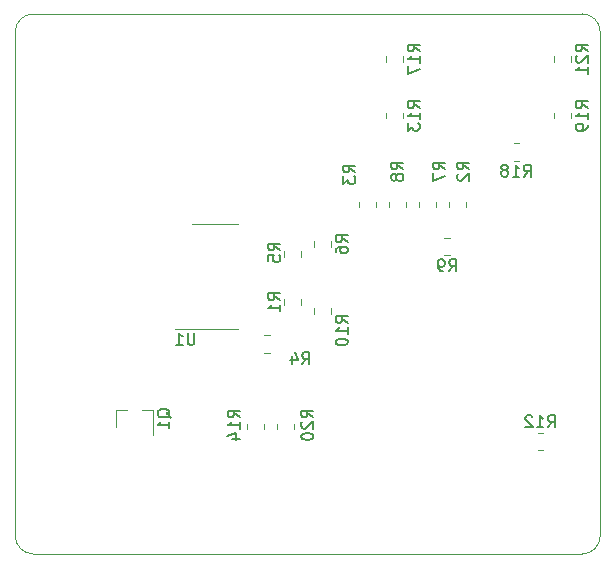
<source format=gbr>
%TF.GenerationSoftware,KiCad,Pcbnew,5.1.12-84ad8e8a86~92~ubuntu20.04.1*%
%TF.CreationDate,2022-07-04T18:17:34-03:00*%
%TF.ProjectId,ppl-01,70706c2d-3031-42e6-9b69-6361645f7063,01.1.1*%
%TF.SameCoordinates,Original*%
%TF.FileFunction,Legend,Bot*%
%TF.FilePolarity,Positive*%
%FSLAX46Y46*%
G04 Gerber Fmt 4.6, Leading zero omitted, Abs format (unit mm)*
G04 Created by KiCad (PCBNEW 5.1.12-84ad8e8a86~92~ubuntu20.04.1) date 2022-07-04 18:17:34*
%MOMM*%
%LPD*%
G01*
G04 APERTURE LIST*
%TA.AperFunction,Profile*%
%ADD10C,0.100000*%
%TD*%
%ADD11C,0.120000*%
%ADD12C,0.150000*%
G04 APERTURE END LIST*
D10*
X173736000Y-72390000D02*
G75*
G02*
X175260000Y-73914000I0J-1524000D01*
G01*
X175260000Y-116586000D02*
G75*
G02*
X173736000Y-118110000I-1524000J0D01*
G01*
X175260000Y-116586000D02*
X175260000Y-73914000D01*
X125730000Y-73914000D02*
G75*
G02*
X127254000Y-72390000I1524000J0D01*
G01*
X127254000Y-118110000D02*
G75*
G02*
X125730000Y-116586000I0J1524000D01*
G01*
X125730000Y-116586000D02*
X125730000Y-73914000D01*
X173736000Y-118110000D02*
X127254000Y-118110000D01*
X127254000Y-72390000D02*
X173736000Y-72390000D01*
D11*
%TO.C,R3*%
X156310000Y-88307936D02*
X156310000Y-88762064D01*
X154840000Y-88307936D02*
X154840000Y-88762064D01*
%TO.C,R1*%
X148490000Y-97017064D02*
X148490000Y-96562936D01*
X149960000Y-97017064D02*
X149960000Y-96562936D01*
%TO.C,R5*%
X148490000Y-92937064D02*
X148490000Y-92482936D01*
X149960000Y-92937064D02*
X149960000Y-92482936D01*
%TO.C,U1*%
X142680000Y-99050000D02*
X139230000Y-99050000D01*
X142680000Y-99050000D02*
X144630000Y-99050000D01*
X142680000Y-90180000D02*
X140730000Y-90180000D01*
X142680000Y-90180000D02*
X144630000Y-90180000D01*
%TO.C,R21*%
X171350000Y-76427064D02*
X171350000Y-75972936D01*
X172820000Y-76427064D02*
X172820000Y-75972936D01*
%TO.C,R20*%
X147855000Y-107558064D02*
X147855000Y-107103936D01*
X149325000Y-107558064D02*
X149325000Y-107103936D01*
%TO.C,R19*%
X171350000Y-81237064D02*
X171350000Y-80782936D01*
X172820000Y-81237064D02*
X172820000Y-80782936D01*
%TO.C,R18*%
X167917936Y-83339000D02*
X168372064Y-83339000D01*
X167917936Y-84809000D02*
X168372064Y-84809000D01*
%TO.C,R17*%
X158596000Y-76427064D02*
X158596000Y-75972936D01*
X157126000Y-76427064D02*
X157126000Y-75972936D01*
%TO.C,R14*%
X146785000Y-107103936D02*
X146785000Y-107558064D01*
X145315000Y-107103936D02*
X145315000Y-107558064D01*
%TO.C,R13*%
X158596000Y-81237064D02*
X158596000Y-80782936D01*
X157126000Y-81237064D02*
X157126000Y-80782936D01*
%TO.C,R12*%
X170407064Y-109320000D02*
X169952936Y-109320000D01*
X170407064Y-107850000D02*
X169952936Y-107850000D01*
%TO.C,R10*%
X151030000Y-97763064D02*
X151030000Y-97308936D01*
X152500000Y-97763064D02*
X152500000Y-97308936D01*
%TO.C,R9*%
X162067936Y-91340000D02*
X162522064Y-91340000D01*
X162067936Y-92810000D02*
X162522064Y-92810000D01*
%TO.C,R8*%
X157380000Y-88762064D02*
X157380000Y-88307936D01*
X158850000Y-88762064D02*
X158850000Y-88307936D01*
%TO.C,R7*%
X161390000Y-88307936D02*
X161390000Y-88762064D01*
X159920000Y-88307936D02*
X159920000Y-88762064D01*
%TO.C,R6*%
X152500000Y-91657936D02*
X152500000Y-92112064D01*
X151030000Y-91657936D02*
X151030000Y-92112064D01*
%TO.C,R4*%
X147282064Y-101065000D02*
X146827936Y-101065000D01*
X147282064Y-99595000D02*
X146827936Y-99595000D01*
%TO.C,R2*%
X163930000Y-88307936D02*
X163930000Y-88762064D01*
X162460000Y-88307936D02*
X162460000Y-88762064D01*
%TO.C,Q1*%
X134249000Y-105920000D02*
X134249000Y-107380000D01*
X137409000Y-105920000D02*
X137409000Y-108080000D01*
X137409000Y-105920000D02*
X136479000Y-105920000D01*
X134249000Y-105920000D02*
X135179000Y-105920000D01*
%TD*%
%TO.C,R3*%
D12*
X154503380Y-85812333D02*
X154027190Y-85479000D01*
X154503380Y-85240904D02*
X153503380Y-85240904D01*
X153503380Y-85621857D01*
X153551000Y-85717095D01*
X153598619Y-85764714D01*
X153693857Y-85812333D01*
X153836714Y-85812333D01*
X153931952Y-85764714D01*
X153979571Y-85717095D01*
X154027190Y-85621857D01*
X154027190Y-85240904D01*
X153503380Y-86145666D02*
X153503380Y-86764714D01*
X153884333Y-86431380D01*
X153884333Y-86574238D01*
X153931952Y-86669476D01*
X153979571Y-86717095D01*
X154074809Y-86764714D01*
X154312904Y-86764714D01*
X154408142Y-86717095D01*
X154455761Y-86669476D01*
X154503380Y-86574238D01*
X154503380Y-86288523D01*
X154455761Y-86193285D01*
X154408142Y-86145666D01*
%TO.C,R1*%
X148153380Y-96623333D02*
X147677190Y-96290000D01*
X148153380Y-96051904D02*
X147153380Y-96051904D01*
X147153380Y-96432857D01*
X147201000Y-96528095D01*
X147248619Y-96575714D01*
X147343857Y-96623333D01*
X147486714Y-96623333D01*
X147581952Y-96575714D01*
X147629571Y-96528095D01*
X147677190Y-96432857D01*
X147677190Y-96051904D01*
X148153380Y-97575714D02*
X148153380Y-97004285D01*
X148153380Y-97290000D02*
X147153380Y-97290000D01*
X147296238Y-97194761D01*
X147391476Y-97099523D01*
X147439095Y-97004285D01*
%TO.C,R5*%
X148153380Y-92416333D02*
X147677190Y-92083000D01*
X148153380Y-91844904D02*
X147153380Y-91844904D01*
X147153380Y-92225857D01*
X147201000Y-92321095D01*
X147248619Y-92368714D01*
X147343857Y-92416333D01*
X147486714Y-92416333D01*
X147581952Y-92368714D01*
X147629571Y-92321095D01*
X147677190Y-92225857D01*
X147677190Y-91844904D01*
X147153380Y-93321095D02*
X147153380Y-92844904D01*
X147629571Y-92797285D01*
X147581952Y-92844904D01*
X147534333Y-92940142D01*
X147534333Y-93178238D01*
X147581952Y-93273476D01*
X147629571Y-93321095D01*
X147724809Y-93368714D01*
X147962904Y-93368714D01*
X148058142Y-93321095D01*
X148105761Y-93273476D01*
X148153380Y-93178238D01*
X148153380Y-92940142D01*
X148105761Y-92844904D01*
X148058142Y-92797285D01*
%TO.C,U1*%
X140901904Y-99401380D02*
X140901904Y-100210904D01*
X140854285Y-100306142D01*
X140806666Y-100353761D01*
X140711428Y-100401380D01*
X140520952Y-100401380D01*
X140425714Y-100353761D01*
X140378095Y-100306142D01*
X140330476Y-100210904D01*
X140330476Y-99401380D01*
X139330476Y-100401380D02*
X139901904Y-100401380D01*
X139616190Y-100401380D02*
X139616190Y-99401380D01*
X139711428Y-99544238D01*
X139806666Y-99639476D01*
X139901904Y-99687095D01*
%TO.C,R21*%
X174187380Y-75557142D02*
X173711190Y-75223809D01*
X174187380Y-74985714D02*
X173187380Y-74985714D01*
X173187380Y-75366666D01*
X173235000Y-75461904D01*
X173282619Y-75509523D01*
X173377857Y-75557142D01*
X173520714Y-75557142D01*
X173615952Y-75509523D01*
X173663571Y-75461904D01*
X173711190Y-75366666D01*
X173711190Y-74985714D01*
X173282619Y-75938095D02*
X173235000Y-75985714D01*
X173187380Y-76080952D01*
X173187380Y-76319047D01*
X173235000Y-76414285D01*
X173282619Y-76461904D01*
X173377857Y-76509523D01*
X173473095Y-76509523D01*
X173615952Y-76461904D01*
X174187380Y-75890476D01*
X174187380Y-76509523D01*
X174187380Y-77461904D02*
X174187380Y-76890476D01*
X174187380Y-77176190D02*
X173187380Y-77176190D01*
X173330238Y-77080952D01*
X173425476Y-76985714D01*
X173473095Y-76890476D01*
%TO.C,R20*%
X150947380Y-106545142D02*
X150471190Y-106211809D01*
X150947380Y-105973714D02*
X149947380Y-105973714D01*
X149947380Y-106354666D01*
X149995000Y-106449904D01*
X150042619Y-106497523D01*
X150137857Y-106545142D01*
X150280714Y-106545142D01*
X150375952Y-106497523D01*
X150423571Y-106449904D01*
X150471190Y-106354666D01*
X150471190Y-105973714D01*
X150042619Y-106926095D02*
X149995000Y-106973714D01*
X149947380Y-107068952D01*
X149947380Y-107307047D01*
X149995000Y-107402285D01*
X150042619Y-107449904D01*
X150137857Y-107497523D01*
X150233095Y-107497523D01*
X150375952Y-107449904D01*
X150947380Y-106878476D01*
X150947380Y-107497523D01*
X149947380Y-108116571D02*
X149947380Y-108211809D01*
X149995000Y-108307047D01*
X150042619Y-108354666D01*
X150137857Y-108402285D01*
X150328333Y-108449904D01*
X150566428Y-108449904D01*
X150756904Y-108402285D01*
X150852142Y-108354666D01*
X150899761Y-108307047D01*
X150947380Y-108211809D01*
X150947380Y-108116571D01*
X150899761Y-108021333D01*
X150852142Y-107973714D01*
X150756904Y-107926095D01*
X150566428Y-107878476D01*
X150328333Y-107878476D01*
X150137857Y-107926095D01*
X150042619Y-107973714D01*
X149995000Y-108021333D01*
X149947380Y-108116571D01*
%TO.C,R19*%
X174187380Y-80367142D02*
X173711190Y-80033809D01*
X174187380Y-79795714D02*
X173187380Y-79795714D01*
X173187380Y-80176666D01*
X173235000Y-80271904D01*
X173282619Y-80319523D01*
X173377857Y-80367142D01*
X173520714Y-80367142D01*
X173615952Y-80319523D01*
X173663571Y-80271904D01*
X173711190Y-80176666D01*
X173711190Y-79795714D01*
X174187380Y-81319523D02*
X174187380Y-80748095D01*
X174187380Y-81033809D02*
X173187380Y-81033809D01*
X173330238Y-80938571D01*
X173425476Y-80843333D01*
X173473095Y-80748095D01*
X174187380Y-81795714D02*
X174187380Y-81986190D01*
X174139761Y-82081428D01*
X174092142Y-82129047D01*
X173949285Y-82224285D01*
X173758809Y-82271904D01*
X173377857Y-82271904D01*
X173282619Y-82224285D01*
X173235000Y-82176666D01*
X173187380Y-82081428D01*
X173187380Y-81890952D01*
X173235000Y-81795714D01*
X173282619Y-81748095D01*
X173377857Y-81700476D01*
X173615952Y-81700476D01*
X173711190Y-81748095D01*
X173758809Y-81795714D01*
X173806428Y-81890952D01*
X173806428Y-82081428D01*
X173758809Y-82176666D01*
X173711190Y-82224285D01*
X173615952Y-82271904D01*
%TO.C,R18*%
X168787857Y-86176380D02*
X169121190Y-85700190D01*
X169359285Y-86176380D02*
X169359285Y-85176380D01*
X168978333Y-85176380D01*
X168883095Y-85224000D01*
X168835476Y-85271619D01*
X168787857Y-85366857D01*
X168787857Y-85509714D01*
X168835476Y-85604952D01*
X168883095Y-85652571D01*
X168978333Y-85700190D01*
X169359285Y-85700190D01*
X167835476Y-86176380D02*
X168406904Y-86176380D01*
X168121190Y-86176380D02*
X168121190Y-85176380D01*
X168216428Y-85319238D01*
X168311666Y-85414476D01*
X168406904Y-85462095D01*
X167264047Y-85604952D02*
X167359285Y-85557333D01*
X167406904Y-85509714D01*
X167454523Y-85414476D01*
X167454523Y-85366857D01*
X167406904Y-85271619D01*
X167359285Y-85224000D01*
X167264047Y-85176380D01*
X167073571Y-85176380D01*
X166978333Y-85224000D01*
X166930714Y-85271619D01*
X166883095Y-85366857D01*
X166883095Y-85414476D01*
X166930714Y-85509714D01*
X166978333Y-85557333D01*
X167073571Y-85604952D01*
X167264047Y-85604952D01*
X167359285Y-85652571D01*
X167406904Y-85700190D01*
X167454523Y-85795428D01*
X167454523Y-85985904D01*
X167406904Y-86081142D01*
X167359285Y-86128761D01*
X167264047Y-86176380D01*
X167073571Y-86176380D01*
X166978333Y-86128761D01*
X166930714Y-86081142D01*
X166883095Y-85985904D01*
X166883095Y-85795428D01*
X166930714Y-85700190D01*
X166978333Y-85652571D01*
X167073571Y-85604952D01*
%TO.C,R17*%
X159963380Y-75557142D02*
X159487190Y-75223809D01*
X159963380Y-74985714D02*
X158963380Y-74985714D01*
X158963380Y-75366666D01*
X159011000Y-75461904D01*
X159058619Y-75509523D01*
X159153857Y-75557142D01*
X159296714Y-75557142D01*
X159391952Y-75509523D01*
X159439571Y-75461904D01*
X159487190Y-75366666D01*
X159487190Y-74985714D01*
X159963380Y-76509523D02*
X159963380Y-75938095D01*
X159963380Y-76223809D02*
X158963380Y-76223809D01*
X159106238Y-76128571D01*
X159201476Y-76033333D01*
X159249095Y-75938095D01*
X158963380Y-76842857D02*
X158963380Y-77509523D01*
X159963380Y-77080952D01*
%TO.C,R14*%
X144724380Y-106545142D02*
X144248190Y-106211809D01*
X144724380Y-105973714D02*
X143724380Y-105973714D01*
X143724380Y-106354666D01*
X143772000Y-106449904D01*
X143819619Y-106497523D01*
X143914857Y-106545142D01*
X144057714Y-106545142D01*
X144152952Y-106497523D01*
X144200571Y-106449904D01*
X144248190Y-106354666D01*
X144248190Y-105973714D01*
X144724380Y-107497523D02*
X144724380Y-106926095D01*
X144724380Y-107211809D02*
X143724380Y-107211809D01*
X143867238Y-107116571D01*
X143962476Y-107021333D01*
X144010095Y-106926095D01*
X144057714Y-108354666D02*
X144724380Y-108354666D01*
X143676761Y-108116571D02*
X144391047Y-107878476D01*
X144391047Y-108497523D01*
%TO.C,R13*%
X159963380Y-80367142D02*
X159487190Y-80033809D01*
X159963380Y-79795714D02*
X158963380Y-79795714D01*
X158963380Y-80176666D01*
X159011000Y-80271904D01*
X159058619Y-80319523D01*
X159153857Y-80367142D01*
X159296714Y-80367142D01*
X159391952Y-80319523D01*
X159439571Y-80271904D01*
X159487190Y-80176666D01*
X159487190Y-79795714D01*
X159963380Y-81319523D02*
X159963380Y-80748095D01*
X159963380Y-81033809D02*
X158963380Y-81033809D01*
X159106238Y-80938571D01*
X159201476Y-80843333D01*
X159249095Y-80748095D01*
X158963380Y-81652857D02*
X158963380Y-82271904D01*
X159344333Y-81938571D01*
X159344333Y-82081428D01*
X159391952Y-82176666D01*
X159439571Y-82224285D01*
X159534809Y-82271904D01*
X159772904Y-82271904D01*
X159868142Y-82224285D01*
X159915761Y-82176666D01*
X159963380Y-82081428D01*
X159963380Y-81795714D01*
X159915761Y-81700476D01*
X159868142Y-81652857D01*
%TO.C,R12*%
X170822857Y-107387380D02*
X171156190Y-106911190D01*
X171394285Y-107387380D02*
X171394285Y-106387380D01*
X171013333Y-106387380D01*
X170918095Y-106435000D01*
X170870476Y-106482619D01*
X170822857Y-106577857D01*
X170822857Y-106720714D01*
X170870476Y-106815952D01*
X170918095Y-106863571D01*
X171013333Y-106911190D01*
X171394285Y-106911190D01*
X169870476Y-107387380D02*
X170441904Y-107387380D01*
X170156190Y-107387380D02*
X170156190Y-106387380D01*
X170251428Y-106530238D01*
X170346666Y-106625476D01*
X170441904Y-106673095D01*
X169489523Y-106482619D02*
X169441904Y-106435000D01*
X169346666Y-106387380D01*
X169108571Y-106387380D01*
X169013333Y-106435000D01*
X168965714Y-106482619D01*
X168918095Y-106577857D01*
X168918095Y-106673095D01*
X168965714Y-106815952D01*
X169537142Y-107387380D01*
X168918095Y-107387380D01*
%TO.C,R10*%
X153868380Y-98544142D02*
X153392190Y-98210809D01*
X153868380Y-97972714D02*
X152868380Y-97972714D01*
X152868380Y-98353666D01*
X152916000Y-98448904D01*
X152963619Y-98496523D01*
X153058857Y-98544142D01*
X153201714Y-98544142D01*
X153296952Y-98496523D01*
X153344571Y-98448904D01*
X153392190Y-98353666D01*
X153392190Y-97972714D01*
X153868380Y-99496523D02*
X153868380Y-98925095D01*
X153868380Y-99210809D02*
X152868380Y-99210809D01*
X153011238Y-99115571D01*
X153106476Y-99020333D01*
X153154095Y-98925095D01*
X152868380Y-100115571D02*
X152868380Y-100210809D01*
X152916000Y-100306047D01*
X152963619Y-100353666D01*
X153058857Y-100401285D01*
X153249333Y-100448904D01*
X153487428Y-100448904D01*
X153677904Y-100401285D01*
X153773142Y-100353666D01*
X153820761Y-100306047D01*
X153868380Y-100210809D01*
X153868380Y-100115571D01*
X153820761Y-100020333D01*
X153773142Y-99972714D01*
X153677904Y-99925095D01*
X153487428Y-99877476D01*
X153249333Y-99877476D01*
X153058857Y-99925095D01*
X152963619Y-99972714D01*
X152916000Y-100020333D01*
X152868380Y-100115571D01*
%TO.C,R9*%
X162461666Y-94177380D02*
X162795000Y-93701190D01*
X163033095Y-94177380D02*
X163033095Y-93177380D01*
X162652142Y-93177380D01*
X162556904Y-93225000D01*
X162509285Y-93272619D01*
X162461666Y-93367857D01*
X162461666Y-93510714D01*
X162509285Y-93605952D01*
X162556904Y-93653571D01*
X162652142Y-93701190D01*
X163033095Y-93701190D01*
X161985476Y-94177380D02*
X161795000Y-94177380D01*
X161699761Y-94129761D01*
X161652142Y-94082142D01*
X161556904Y-93939285D01*
X161509285Y-93748809D01*
X161509285Y-93367857D01*
X161556904Y-93272619D01*
X161604523Y-93225000D01*
X161699761Y-93177380D01*
X161890238Y-93177380D01*
X161985476Y-93225000D01*
X162033095Y-93272619D01*
X162080714Y-93367857D01*
X162080714Y-93605952D01*
X162033095Y-93701190D01*
X161985476Y-93748809D01*
X161890238Y-93796428D01*
X161699761Y-93796428D01*
X161604523Y-93748809D01*
X161556904Y-93701190D01*
X161509285Y-93605952D01*
%TO.C,R8*%
X158567380Y-85558333D02*
X158091190Y-85225000D01*
X158567380Y-84986904D02*
X157567380Y-84986904D01*
X157567380Y-85367857D01*
X157615000Y-85463095D01*
X157662619Y-85510714D01*
X157757857Y-85558333D01*
X157900714Y-85558333D01*
X157995952Y-85510714D01*
X158043571Y-85463095D01*
X158091190Y-85367857D01*
X158091190Y-84986904D01*
X157995952Y-86129761D02*
X157948333Y-86034523D01*
X157900714Y-85986904D01*
X157805476Y-85939285D01*
X157757857Y-85939285D01*
X157662619Y-85986904D01*
X157615000Y-86034523D01*
X157567380Y-86129761D01*
X157567380Y-86320238D01*
X157615000Y-86415476D01*
X157662619Y-86463095D01*
X157757857Y-86510714D01*
X157805476Y-86510714D01*
X157900714Y-86463095D01*
X157948333Y-86415476D01*
X157995952Y-86320238D01*
X157995952Y-86129761D01*
X158043571Y-86034523D01*
X158091190Y-85986904D01*
X158186428Y-85939285D01*
X158376904Y-85939285D01*
X158472142Y-85986904D01*
X158519761Y-86034523D01*
X158567380Y-86129761D01*
X158567380Y-86320238D01*
X158519761Y-86415476D01*
X158472142Y-86463095D01*
X158376904Y-86510714D01*
X158186428Y-86510714D01*
X158091190Y-86463095D01*
X158043571Y-86415476D01*
X157995952Y-86320238D01*
%TO.C,R7*%
X162123380Y-85558333D02*
X161647190Y-85225000D01*
X162123380Y-84986904D02*
X161123380Y-84986904D01*
X161123380Y-85367857D01*
X161171000Y-85463095D01*
X161218619Y-85510714D01*
X161313857Y-85558333D01*
X161456714Y-85558333D01*
X161551952Y-85510714D01*
X161599571Y-85463095D01*
X161647190Y-85367857D01*
X161647190Y-84986904D01*
X161123380Y-85891666D02*
X161123380Y-86558333D01*
X162123380Y-86129761D01*
%TO.C,R6*%
X153868380Y-91718333D02*
X153392190Y-91385000D01*
X153868380Y-91146904D02*
X152868380Y-91146904D01*
X152868380Y-91527857D01*
X152916000Y-91623095D01*
X152963619Y-91670714D01*
X153058857Y-91718333D01*
X153201714Y-91718333D01*
X153296952Y-91670714D01*
X153344571Y-91623095D01*
X153392190Y-91527857D01*
X153392190Y-91146904D01*
X152868380Y-92575476D02*
X152868380Y-92385000D01*
X152916000Y-92289761D01*
X152963619Y-92242142D01*
X153106476Y-92146904D01*
X153296952Y-92099285D01*
X153677904Y-92099285D01*
X153773142Y-92146904D01*
X153820761Y-92194523D01*
X153868380Y-92289761D01*
X153868380Y-92480238D01*
X153820761Y-92575476D01*
X153773142Y-92623095D01*
X153677904Y-92670714D01*
X153439809Y-92670714D01*
X153344571Y-92623095D01*
X153296952Y-92575476D01*
X153249333Y-92480238D01*
X153249333Y-92289761D01*
X153296952Y-92194523D01*
X153344571Y-92146904D01*
X153439809Y-92099285D01*
%TO.C,R4*%
X150026666Y-102052380D02*
X150360000Y-101576190D01*
X150598095Y-102052380D02*
X150598095Y-101052380D01*
X150217142Y-101052380D01*
X150121904Y-101100000D01*
X150074285Y-101147619D01*
X150026666Y-101242857D01*
X150026666Y-101385714D01*
X150074285Y-101480952D01*
X150121904Y-101528571D01*
X150217142Y-101576190D01*
X150598095Y-101576190D01*
X149169523Y-101385714D02*
X149169523Y-102052380D01*
X149407619Y-101004761D02*
X149645714Y-101719047D01*
X149026666Y-101719047D01*
%TO.C,R2*%
X164155380Y-85558333D02*
X163679190Y-85225000D01*
X164155380Y-84986904D02*
X163155380Y-84986904D01*
X163155380Y-85367857D01*
X163203000Y-85463095D01*
X163250619Y-85510714D01*
X163345857Y-85558333D01*
X163488714Y-85558333D01*
X163583952Y-85510714D01*
X163631571Y-85463095D01*
X163679190Y-85367857D01*
X163679190Y-84986904D01*
X163250619Y-85939285D02*
X163203000Y-85986904D01*
X163155380Y-86082142D01*
X163155380Y-86320238D01*
X163203000Y-86415476D01*
X163250619Y-86463095D01*
X163345857Y-86510714D01*
X163441095Y-86510714D01*
X163583952Y-86463095D01*
X164155380Y-85891666D01*
X164155380Y-86510714D01*
%TO.C,Q1*%
X138876619Y-106584761D02*
X138829000Y-106489523D01*
X138733761Y-106394285D01*
X138590904Y-106251428D01*
X138543285Y-106156190D01*
X138543285Y-106060952D01*
X138781380Y-106108571D02*
X138733761Y-106013333D01*
X138638523Y-105918095D01*
X138448047Y-105870476D01*
X138114714Y-105870476D01*
X137924238Y-105918095D01*
X137829000Y-106013333D01*
X137781380Y-106108571D01*
X137781380Y-106299047D01*
X137829000Y-106394285D01*
X137924238Y-106489523D01*
X138114714Y-106537142D01*
X138448047Y-106537142D01*
X138638523Y-106489523D01*
X138733761Y-106394285D01*
X138781380Y-106299047D01*
X138781380Y-106108571D01*
X138781380Y-107489523D02*
X138781380Y-106918095D01*
X138781380Y-107203809D02*
X137781380Y-107203809D01*
X137924238Y-107108571D01*
X138019476Y-107013333D01*
X138067095Y-106918095D01*
%TD*%
M02*

</source>
